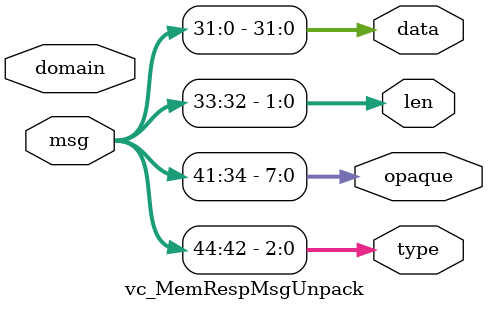
<source format=v>

`ifndef VC_MEM_MSGS_V
`define VC_MEM_MSGS_V


//------------------------------------------------------------------------
// Memory Request Message: Message fields ordered from right to left
//------------------------------------------------------------------------
// We use the following short names to make all of these preprocessor
// macros more succinct.

// Data field

`define VC_MEM_REQ_MSG_DATA_NBITS(o_,a_,d_)                             \
  d_

`define VC_MEM_REQ_MSG_DATA_MSB(o_,a_,d_)                               \
  ( `VC_MEM_REQ_MSG_DATA_NBITS(o_,a_,d_) - 1 )

`define VC_MEM_REQ_MSG_DATA_FIELD(o_,a_,d_)                             \
  (`VC_MEM_REQ_MSG_DATA_MSB(o_,a_,d_)):                                 \
  0

// Length field

`define VC_MEM_REQ_MSG_LEN_NBITS(o_,a_,d_)                              \
  ($clog2(d_/8))

`define VC_MEM_REQ_MSG_LEN_MSB(o_,a_,d_)                                \
  (   `VC_MEM_REQ_MSG_DATA_MSB(o_,a_,d_)                                \
    + `VC_MEM_REQ_MSG_LEN_NBITS(o_,a_,d_) )

`define VC_MEM_REQ_MSG_LEN_FIELD(o_,a_,d_)                              \
  (`VC_MEM_REQ_MSG_LEN_MSB(o_,a_,d_)):                                  \
  (`VC_MEM_REQ_MSG_DATA_MSB(o_,a_,d_) + 1)

// Address field

`define VC_MEM_REQ_MSG_ADDR_NBITS(o_,a_,d_)                             \
  a_

`define VC_MEM_REQ_MSG_ADDR_MSB(o_,a_,d_)                               \
  (   `VC_MEM_REQ_MSG_LEN_MSB(o_,a_,d_)                                 \
    + `VC_MEM_REQ_MSG_ADDR_NBITS(o_,a_,d_) )

`define VC_MEM_REQ_MSG_ADDR_FIELD(o_,a_,d_)                             \
  (`VC_MEM_REQ_MSG_ADDR_MSB(o_,a_,d_)):                                 \
  (`VC_MEM_REQ_MSG_LEN_MSB(o_,a_,d_) + 1)

// Opaque field

`define VC_MEM_REQ_MSG_OPAQUE_NBITS(o_,a_,d_)                           \
  o_

`define VC_MEM_REQ_MSG_OPAQUE_MSB(o_,a_,d_)                             \
  (   `VC_MEM_REQ_MSG_ADDR_MSB(o_,a_,d_)                                \
    + `VC_MEM_REQ_MSG_OPAQUE_NBITS(o_,a_,d_) )

`define VC_MEM_REQ_MSG_OPAQUE_FIELD(o_,a_,d_)                           \
  (`VC_MEM_REQ_MSG_OPAQUE_MSB(o_,a_,d_)):                               \
  (`VC_MEM_REQ_MSG_ADDR_MSB(o_,a_,d_) + 1)

// Type field

`define VC_MEM_REQ_MSG_TYPE_NBITS(o_,a_,d_) 3
`define VC_MEM_REQ_MSG_TYPE_READ     3'd0
`define VC_MEM_REQ_MSG_TYPE_WRITE    3'd1
`define VC_MEM_REQ_MSG_TYPE_PRELW    3'd6
`define VC_MEM_REQ_MSG_TYPE_DIRMEM   3'd2

// write no-refill
`define VC_MEM_REQ_MSG_TYPE_WRITE_INIT 3'd7
`define VC_MEM_REQ_MSG_TYPE_AMO_ADD    3'd3
`define VC_MEM_REQ_MSG_TYPE_AMO_AND    3'd4
`define VC_MEM_REQ_MSG_TYPE_AMO_OR     3'd5
`define VC_MEM_REQ_MSG_TYPE_X          3'dx

`define VC_MEM_REQ_MSG_TYPE_MSB(o_,a_,d_)                               \
  (   `VC_MEM_REQ_MSG_OPAQUE_MSB(o_,a_,d_)                              \
    + `VC_MEM_REQ_MSG_TYPE_NBITS(o_,a_,d_) )

`define VC_MEM_REQ_MSG_TYPE_FIELD(o_,a_,d_)                             \
  (`VC_MEM_REQ_MSG_TYPE_MSB(o_,a_,d_)):                                 \
  (`VC_MEM_REQ_MSG_OPAQUE_MSB(o_,a_,d_) + 1)

// Total size of message

`define VC_MEM_REQ_MSG_NBITS(o_,a_,d_)                                  \
  (   `VC_MEM_REQ_MSG_TYPE_NBITS(o_,a_,d_)                              \
    + `VC_MEM_REQ_MSG_OPAQUE_NBITS(o_,a_,d_)                            \
    + `VC_MEM_REQ_MSG_ADDR_NBITS(o_,a_,d_)                              \
    + `VC_MEM_REQ_MSG_LEN_NBITS(o_,a_,d_)                               \
    + `VC_MEM_REQ_MSG_DATA_NBITS(o_,a_,d_) )

//------------------------------------------------------------------------
// Memory Request Message: Pack message
//------------------------------------------------------------------------

module vc_MemReqMsgPack
#(
  parameter p_opaque_nbits = 8,
  parameter p_addr_nbits   = 32,
  parameter p_data_nbits   = 32,

  // Shorter names for message type, not to be set from outside the module
  parameter o = p_opaque_nbits,
  parameter a = p_addr_nbits,
  parameter d = p_data_nbits
)(
  input  domain,
  // Input message

  input  [`VC_MEM_REQ_MSG_TYPE_NBITS(o,a,d)-1:0]    type,
  input  [`VC_MEM_REQ_MSG_OPAQUE_NBITS(o,a,d)-1:0]  opaque,
  input  [`VC_MEM_REQ_MSG_ADDR_NBITS(o,a,d)-1:0]    addr,
  input  [`VC_MEM_REQ_MSG_LEN_NBITS(o,a,d)-1:0]     len,
  input  [`VC_MEM_REQ_MSG_DATA_NBITS(o,a,d)-1:0]    data,

  // Output bits

  output [`VC_MEM_REQ_MSG_NBITS(o,a,d)-1:0]         msg
);

  assign msg[`VC_MEM_REQ_MSG_TYPE_FIELD(o,a,d)]   = type;
  assign msg[`VC_MEM_REQ_MSG_OPAQUE_FIELD(o,a,d)] = opaque;
  assign msg[`VC_MEM_REQ_MSG_ADDR_FIELD(o,a,d)]   = addr;
  assign msg[`VC_MEM_REQ_MSG_LEN_FIELD(o,a,d)]    = len;
  assign msg[`VC_MEM_REQ_MSG_DATA_FIELD(o,a,d)]   = data;

endmodule

//------------------------------------------------------------------------
// Memory Request Message: Unpack message
//------------------------------------------------------------------------

module vc_MemReqMsgUnpack
#(
  parameter p_opaque_nbits = 8,
  parameter p_addr_nbits   = 32,
  parameter p_data_nbits   = 32,

  // Shorter names for message type, not to be set from outside the module
  parameter o = p_opaque_nbits,
  parameter a = p_addr_nbits,
  parameter d = p_data_nbits
)(

  input  domain,
  // Input bits

  input [`VC_MEM_REQ_MSG_NBITS(o,a,d)-1:0]          msg,

  // Output message

  output [`VC_MEM_REQ_MSG_TYPE_NBITS(o,a,d)-1:0]    type,
  output [`VC_MEM_REQ_MSG_OPAQUE_NBITS(o,a,d)-1:0]  opaque,
  output [`VC_MEM_REQ_MSG_ADDR_NBITS(o,a,d)-1:0]    addr,
  output [`VC_MEM_REQ_MSG_LEN_NBITS(o,a,d)-1:0]     len,
  output [`VC_MEM_REQ_MSG_DATA_NBITS(o,a,d)-1:0]    data
);

  assign type   = msg[`VC_MEM_REQ_MSG_TYPE_FIELD(o,a,d)];
  assign opaque = msg[`VC_MEM_REQ_MSG_OPAQUE_FIELD(o,a,d)];
  assign addr   = msg[`VC_MEM_REQ_MSG_ADDR_FIELD(o,a,d)];
  assign len    = msg[`VC_MEM_REQ_MSG_LEN_FIELD(o,a,d)];
  assign data   = msg[`VC_MEM_REQ_MSG_DATA_FIELD(o,a,d)];

endmodule

//========================================================================
// Memory Response Message
//========================================================================
// Memory request messages can either be for a read or write. Read
// responses include an opaque field, the actual data, and the number of
// bytes, while write responses currently include just the opaque field.
//
// Message Format:
//
//    4b    p_opaque_nbits  calc   p_data_nbits
//  +------+---------------+------+------------------+
//  | type | opaque        | len  | data             |
//  +------+---------------+------+------------------+
//
// The message type is parameterized by the number of bits in the opaque
// field and data field. Note that the size of the length field is
// caclulated from the number of bits in the data field, and that the
// length field is expressed in _bytes_. If the value of the length field
// is zero, then the read or write should be for the full width of the
// data field.
//
// For example, if the opaque field is 8 bits and the data is 32 bits,
// then the message format is as follows:
//
//   45  42 41           34 33  32 31               0
//  +------+---------------+------+------------------+
//  | type | opaque        | len  | data             |
//  +------+---------------+------+------------------+
//
// The length field is two bits. A length value of one means one byte was
// read, a length value of two means two bytes were read, and so on. A
// length value of zero means all four bytes were read. Note that not all
// memories will necessarily support any alignment and/or any value for
// the length field.
//
// The opaque field is reserved for use by a specific implementation. All
// memories should guarantee that every response includes the opaque
// field corresponding to the request that generated the response.

//------------------------------------------------------------------------
// Memory Response Message: Message fields ordered from right to left
//------------------------------------------------------------------------
// We use the following short names to make all of these preprocessor
// macros more succinct.

// Data field

`define VC_MEM_RESP_MSG_DATA_NBITS(o_,d_)                               \
  d_

`define VC_MEM_RESP_MSG_DATA_MSB(o_,d_)                                 \
  ( `VC_MEM_RESP_MSG_DATA_NBITS(o_,d_) - 1 )

`define VC_MEM_RESP_MSG_DATA_FIELD(o_,d_)                               \
  (`VC_MEM_RESP_MSG_DATA_MSB(o_,d_)):                                   \
  0

// Length field

`define VC_MEM_RESP_MSG_LEN_NBITS(o_,d_)                                \
  ($clog2(d_/8))

`define VC_MEM_RESP_MSG_LEN_MSB(o_,d_)                                  \
  (   `VC_MEM_RESP_MSG_DATA_MSB(o_,d_)                                  \
    + `VC_MEM_RESP_MSG_LEN_NBITS(o_,d_) )

`define VC_MEM_RESP_MSG_LEN_FIELD(o_,d_)                                \
  (`VC_MEM_RESP_MSG_LEN_MSB(o_,d_)):                                    \
  (`VC_MEM_RESP_MSG_DATA_MSB(o_,d_) + 1)

// Opaque field

`define VC_MEM_RESP_MSG_OPAQUE_NBITS(o_,d_)                             \
  o_

`define VC_MEM_RESP_MSG_OPAQUE_MSB(o_,d_)                               \
  (   `VC_MEM_RESP_MSG_LEN_MSB(o_,d_)                                   \
    + `VC_MEM_RESP_MSG_OPAQUE_NBITS(o_,d_) )

`define VC_MEM_RESP_MSG_OPAQUE_FIELD(o_,d_)                             \
  (`VC_MEM_RESP_MSG_OPAQUE_MSB(o_,d_)):                                 \
  (`VC_MEM_RESP_MSG_LEN_MSB(o_,d_) + 1)

// Type field

`define VC_MEM_RESP_MSG_TYPE_NBITS(o_,d_) 3
`define VC_MEM_RESP_MSG_TYPE_READ     3'd0
`define VC_MEM_RESP_MSG_TYPE_WRITE    3'd1

// write no-refill
`define VC_MEM_RESP_MSG_TYPE_WRITE_INIT 2'd2
`define VC_MEM_RESP_MSG_TYPE_AMO_ADD    3'd3
`define VC_MEM_RESP_MSG_TYPE_AMO_AND    3'd4
`define VC_MEM_RESP_MSG_TYPE_AMO_OR     3'd5
`define VC_MEM_RESP_MSG_TYPE_X          3'dx

`define VC_MEM_RESP_MSG_TYPE_MSB(o_,d_)                                 \
  (   `VC_MEM_RESP_MSG_OPAQUE_MSB(o_,d_)                                \
    + `VC_MEM_RESP_MSG_TYPE_NBITS(o_,d_) )

`define VC_MEM_RESP_MSG_TYPE_FIELD(o_,d_)                               \
  (`VC_MEM_RESP_MSG_TYPE_MSB(o_,d_)):                                   \
  (`VC_MEM_RESP_MSG_OPAQUE_MSB(o_,d_) + 1)

// Total size of message

`define VC_MEM_RESP_MSG_NBITS(o_,d_)                                    \
  (   `VC_MEM_RESP_MSG_TYPE_NBITS(o_,d_)                                \
    + `VC_MEM_RESP_MSG_OPAQUE_NBITS(o_,d_)                              \
    + `VC_MEM_RESP_MSG_LEN_NBITS(o_,d_)                                 \
    + `VC_MEM_RESP_MSG_DATA_NBITS(o_,d_) )

//------------------------------------------------------------------------
// Memory Response Message: Pack message
//------------------------------------------------------------------------

module vc_MemRespMsgPack
#(
  parameter p_opaque_nbits = 8,
  parameter p_data_nbits   = 32,

  // Shorter names for message type, not to be set from outside the module
  parameter o = p_opaque_nbits,
  parameter d = p_data_nbits
)(
  input  domain,
  // Input message

  input  [`VC_MEM_RESP_MSG_TYPE_NBITS(o,d)-1:0]    type,
  input  [`VC_MEM_RESP_MSG_OPAQUE_NBITS(o,d)-1:0]  opaque,
  input  [`VC_MEM_RESP_MSG_LEN_NBITS(o,d)-1:0]     len,
  input  [`VC_MEM_RESP_MSG_DATA_NBITS(o,d)-1:0]    data,

  // Output bits

  output [`VC_MEM_RESP_MSG_NBITS(o,d)-1:0]         msg
);

  assign msg[`VC_MEM_RESP_MSG_TYPE_FIELD(o,d)]   = type;
  assign msg[`VC_MEM_RESP_MSG_OPAQUE_FIELD(o,d)] = opaque;
  assign msg[`VC_MEM_RESP_MSG_LEN_FIELD(o,d)]    = len;
  assign msg[`VC_MEM_RESP_MSG_DATA_FIELD(o,d)]   = data;

endmodule

//------------------------------------------------------------------------
// Memory Response Message: Unpack message
//------------------------------------------------------------------------

module vc_MemRespMsgUnpack
#(
  parameter p_opaque_nbits = 8,
  parameter p_data_nbits   = 32,

  // Shorter names for message type, not to be set from outside the module
  parameter o = p_opaque_nbits,
  parameter d = p_data_nbits
)(
  input  domain,
  // Input bits

  input [`VC_MEM_RESP_MSG_NBITS(o,d)-1:0]          msg,

  // Output message

  output [`VC_MEM_RESP_MSG_TYPE_NBITS(o,d)-1:0]    type,
  output [`VC_MEM_RESP_MSG_OPAQUE_NBITS(o,d)-1:0]  opaque,
  output [`VC_MEM_RESP_MSG_LEN_NBITS(o,d)-1:0]     len,
  output [`VC_MEM_RESP_MSG_DATA_NBITS(o,d)-1:0]    data
);

  assign type   = msg[`VC_MEM_RESP_MSG_TYPE_FIELD(o,d)];
  assign opaque = msg[`VC_MEM_RESP_MSG_OPAQUE_FIELD(o,d)];
  assign len    = msg[`VC_MEM_RESP_MSG_LEN_FIELD(o,d)];
  assign data   = msg[`VC_MEM_RESP_MSG_DATA_FIELD(o,d)];

endmodule

`endif /* VC_MEM_MSGS_V */


</source>
